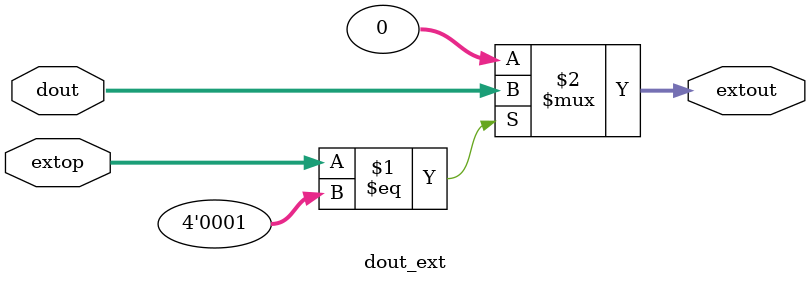
<source format=v>
module  dout_ext (dout, extop, extout);
   input [31:0] dout;
   input [3:0]  extop;
   output [31:0] extout;
  
   assign extout = (extop==4'b0001)?dout: 32'b0; //lw 

endmodule
</source>
